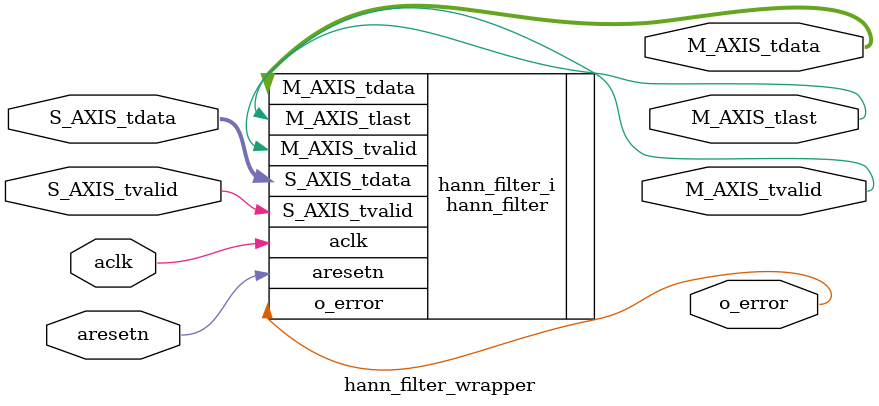
<source format=v>
`timescale 1 ps / 1 ps

module hann_filter_wrapper
   (M_AXIS_tdata,
    M_AXIS_tlast,
    M_AXIS_tvalid,
    S_AXIS_tdata,
    S_AXIS_tvalid,
    aclk,
    aresetn,
    o_error);
  output [31:0]M_AXIS_tdata;
  output M_AXIS_tlast;
  output M_AXIS_tvalid;
  input [31:0]S_AXIS_tdata;
  input S_AXIS_tvalid;
  input aclk;
  input aresetn;
  output o_error;

  wire [31:0]M_AXIS_tdata;
  wire M_AXIS_tlast;
  wire M_AXIS_tvalid;
  wire [31:0]S_AXIS_tdata;
  wire S_AXIS_tvalid;
  wire aclk;
  wire aresetn;
  wire o_error;

  hann_filter hann_filter_i
       (.M_AXIS_tdata(M_AXIS_tdata),
        .M_AXIS_tlast(M_AXIS_tlast),
        .M_AXIS_tvalid(M_AXIS_tvalid),
        .S_AXIS_tdata(S_AXIS_tdata),
        .S_AXIS_tvalid(S_AXIS_tvalid),
        .aclk(aclk),
        .aresetn(aresetn),
        .o_error(o_error));
endmodule

</source>
